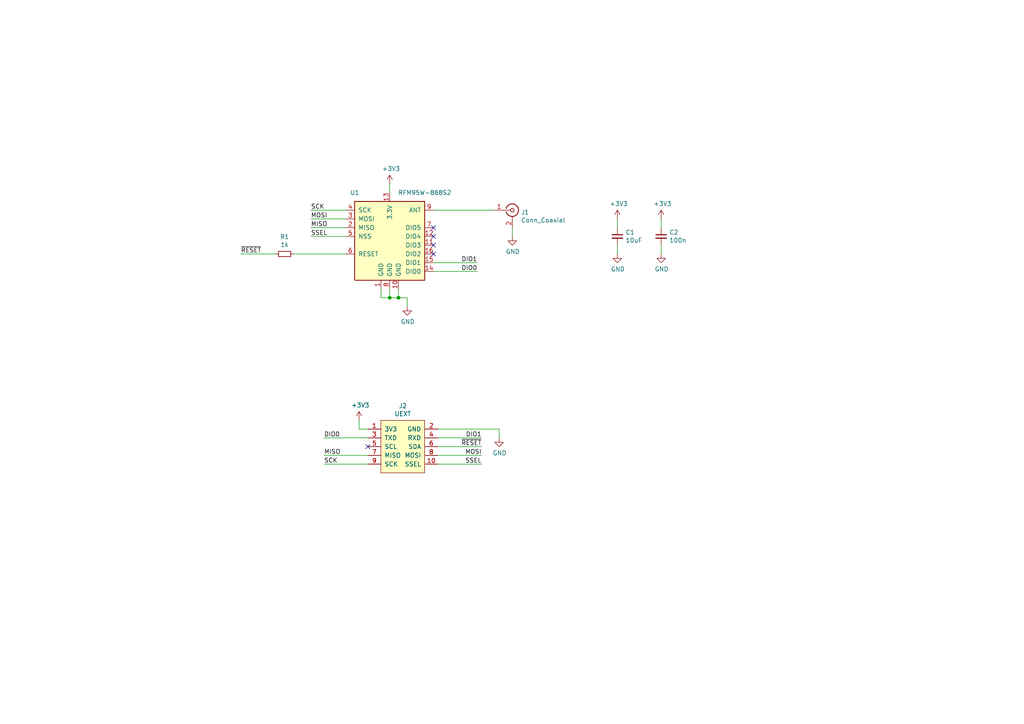
<source format=kicad_sch>
(kicad_sch (version 20230121) (generator eeschema)
  (paper "A4")
  (title_block (title "LoRa RFM95 to UEXT Adapter") (date "2018-10-25") (rev "0.1") (company "Connected Energy Ltd.") (comment 1 "Author: Jordan Silverman, Martin Jäger"))
  (lib_symbols
    (symbol "Connector:Conn_Coaxial" (pin_names (offset 1.016) hide)
      (property "Reference" "J" (at 0.254 3.048 0))
      (property "Value" "Conn_Coaxial" (at 2.921 0 90))
      (symbol "Conn_Coaxial_0_1"
        (arc (start -1.778 -0.508) (mid 0.2311 -1.8066) (end 1.778 0) (stroke (width 0.254)))
        (polyline (pts (xy -2.54 0) (xy -0.508 0)))
        (polyline (pts (xy 0 -2.54) (xy 0 -1.778)))
        (circle (center 0 0) (radius 0.508) (stroke (width 0.2032)))
        (arc (start 1.778 0) (mid 0.2099 1.8101) (end -1.778 0.508) (stroke (width 0.254)))
      )
      (symbol "Conn_Coaxial_1_1"
        (pin passive line (at -5.08 0 0) (length 2.54) (name "In") (number "1"))
        (pin passive line (at 0 -5.08 90) (length 2.54) (name "Ext") (number "2"))
      )
    )
    (symbol "UEXT_LoRa-rescue:C-LibreSolar" (pin_numbers hide) (pin_names (offset 0.254) hide)
      (property "Reference" "C" (at 0.635 1.905 0))
      (property "Value" "LibreSolar:C" (at 0.635 -1.905 0))
      (symbol "C-LibreSolar_0_1"
        (polyline (pts (xy -1.524 -0.508) (xy 1.524 -0.508)) (stroke (width 0.3302)))
        (polyline (pts (xy -1.524 0.508) (xy 0 0.508) (xy 1.524 0.508)) (stroke (width 0.3048)))
      )
      (symbol "C-LibreSolar_1_1"
        (pin passive line (at 0 2.54 270) (length 1.905) (name "~") (number "1"))
        (pin passive line (at 0 -2.54 90) (length 2.032) (name "~") (number "2"))
      )
    )
    (symbol "UEXT_LoRa-rescue:R-LibreSolar" (pin_numbers hide) (pin_names (offset 0.254) hide)
      (property "Reference" "R" (at -1.905 0 90))
      (property "Value" "LibreSolar:R" (at 1.905 0 90))
      (symbol "R-LibreSolar_0_1"
        (rectangle (start -0.762 1.778) (end 0.762 -1.778) (stroke (width 0.2032)))
      )
      (symbol "R-LibreSolar_1_1"
        (pin passive line (at 0 2.54 270) (length 0.762) (name "~") (number "1"))
        (pin passive line (at 0 -2.54 90) (length 0.762) (name "~") (number "2"))
      )
    )
    (symbol "UEXT_LoRa-rescue:RFM95W-868S2-RF_AM_FM" (pin_names (offset 1.016))
      (property "Reference" "U" (at -10.414 11.684 0))
      (property "Value" "RF_AM_FM:RFM95W-868S2" (at 1.524 11.43 0))
      (symbol "RFM95W-868S2-RF_AM_FM_0_1"
        (rectangle (start -10.16 10.16) (end 10.16 -12.7) (stroke (width 0.254)) (fill (type background)))
      )
      (symbol "RFM95W-868S2-RF_AM_FM_1_1"
        (pin power_in line (at -2.54 -15.24 90) (length 2.54) (name "GND") (number "1"))
        (pin power_in line (at 2.54 -15.24 90) (length 2.54) (name "GND") (number "10"))
        (pin bidirectional line (at 12.7 -2.54 180) (length 2.54) (name "DIO3") (number "11"))
        (pin bidirectional line (at 12.7 0 180) (length 2.54) (name "DIO4") (number "12"))
        (pin power_in line (at 0 12.7 270) (length 2.54) (name "3.3V") (number "13"))
        (pin bidirectional line (at 12.7 -10.16 180) (length 2.54) (name "DIO0") (number "14"))
        (pin bidirectional line (at 12.7 -7.62 180) (length 2.54) (name "DIO1") (number "15"))
        (pin bidirectional line (at 12.7 -5.08 180) (length 2.54) (name "DIO2") (number "16"))
        (pin input line (at -12.7 2.54 0) (length 2.54) (name "MISO") (number "2"))
        (pin output line (at -12.7 5.08 0) (length 2.54) (name "MOSI") (number "3"))
        (pin input line (at -12.7 7.62 0) (length 2.54) (name "SCK") (number "4"))
        (pin input line (at -12.7 0 0) (length 2.54) (name "NSS") (number "5"))
        (pin bidirectional line (at -12.7 -5.08 0) (length 2.54) (name "RESET") (number "6"))
        (pin bidirectional line (at 12.7 2.54 180) (length 2.54) (name "DIO5") (number "7"))
        (pin power_in line (at 0 -15.24 90) (length 2.54) (name "GND") (number "8"))
        (pin bidirectional line (at 12.7 7.62 180) (length 2.54) (name "ANT") (number "9"))
      )
    )
    (symbol "UEXT_LoRa-rescue:UEXT-LibreSolar" (pin_names (offset 1.016))
      (property "Reference" "J" (at -6.35 8.89 0))
      (property "Value" "LibreSolar:UEXT" (at 6.35 8.89 0))
      (symbol "UEXT-LibreSolar_0_0"
        (pin passive line (at 10.16 2.54 180) (length 3.81) (name "RXD") (number "4"))
      )
      (symbol "UEXT-LibreSolar_0_1"
        (rectangle (start -6.35 7.62) (end 6.35 -7.62) (fill (type background)))
      )
      (symbol "UEXT-LibreSolar_1_1"
        (pin passive line (at -10.16 5.08 0) (length 3.81) (name "3V3") (number "1"))
        (pin passive line (at 10.16 -5.08 180) (length 3.81) (name "SSEL") (number "10"))
        (pin passive line (at 10.16 5.08 180) (length 3.81) (name "GND") (number "2"))
        (pin passive line (at -10.16 2.54 0) (length 3.81) (name "TXD") (number "3"))
        (pin passive line (at -10.16 0 0) (length 3.81) (name "SCL") (number "5"))
        (pin passive line (at 10.16 0 180) (length 3.81) (name "SDA") (number "6"))
        (pin passive line (at -10.16 -2.54 0) (length 3.81) (name "MISO") (number "7"))
        (pin passive line (at 10.16 -2.54 180) (length 3.81) (name "MOSI") (number "8"))
        (pin passive line (at -10.16 -5.08 0) (length 3.81) (name "SCK") (number "9"))
      )
    )
    (symbol "power:+3V3" (power) (pin_names (offset 0))
      (property "Value" "+3V3" (at 0 3.556 0))
      (symbol "+3V3_0_1"
        (polyline (pts (xy -0.762 1.27) (xy 0 2.54)))
        (polyline (pts (xy 0 0) (xy 0 2.54)))
        (polyline (pts (xy 0 2.54) (xy 0.762 1.27)))
      )
      (symbol "+3V3_1_1"
        (pin power_in line (at 0 0 90) (length 0) hide (name "+3V3") (number "1"))
      )
    )
    (symbol "power:GND" (power) (pin_names (offset 0))
      (property "Value" "GND" (at 0 -3.81 0))
      (symbol "GND_0_1"
        (polyline (pts (xy 0 0) (xy 0 -1.27) (xy 1.27 -1.27) (xy 0 -2.54) (xy -1.27 -1.27) (xy 0 -1.27)))
      )
      (symbol "GND_1_1"
        (pin power_in line (at 0 0 270) (length 0) hide (name "GND") (number "1"))
      )
    )
  )
  (junction (at 113.03 86.36))
  (junction (at 115.57 86.36))
  (no_connect (at 106.68 129.54))
  (no_connect (at 125.73 68.58))
  (no_connect (at 125.73 71.12))
  (no_connect (at 125.73 73.66))
  (no_connect (at 125.73 66.04))
  (wire (pts (xy 106.68 134.62) (xy 93.98 134.62)))
  (wire (pts (xy 191.77 63.5) (xy 191.77 66.04)))
  (wire (pts (xy 106.68 132.08) (xy 93.98 132.08)))
  (wire (pts (xy 125.73 78.74) (xy 138.43 78.74)))
  (wire (pts (xy 110.49 86.36) (xy 113.03 86.36)))
  (wire (pts (xy 113.03 53.34) (xy 113.03 55.88)))
  (wire (pts (xy 127 124.46) (xy 144.78 124.46)))
  (wire (pts (xy 100.33 68.58) (xy 90.17 68.58)))
  (wire (pts (xy 115.57 86.36) (xy 118.11 86.36)))
  (wire (pts (xy 100.33 63.5) (xy 90.17 63.5)))
  (wire (pts (xy 85.09 73.66) (xy 100.33 73.66)))
  (wire (pts (xy 127 132.08) (xy 139.7 132.08)))
  (wire (pts (xy 110.49 83.82) (xy 110.49 86.36)))
  (wire (pts (xy 106.68 127) (xy 93.98 127)))
  (wire (pts (xy 125.73 76.2) (xy 138.43 76.2)))
  (wire (pts (xy 127 129.54) (xy 139.7 129.54)))
  (wire (pts (xy 104.14 124.46) (xy 104.14 121.92)))
  (wire (pts (xy 148.59 66.04) (xy 148.59 68.58)))
  (wire (pts (xy 100.33 66.04) (xy 90.17 66.04)))
  (wire (pts (xy 127 127) (xy 139.7 127)))
  (wire (pts (xy 179.07 63.5) (xy 179.07 66.04)))
  (wire (pts (xy 106.68 124.46) (xy 104.14 124.46)))
  (wire (pts (xy 179.07 71.12) (xy 179.07 73.66)))
  (wire (pts (xy 144.78 124.46) (xy 144.78 127)))
  (wire (pts (xy 125.73 60.96) (xy 143.51 60.96)))
  (wire (pts (xy 118.11 86.36) (xy 118.11 88.9)))
  (wire (pts (xy 127 134.62) (xy 139.7 134.62)))
  (wire (pts (xy 115.57 83.82) (xy 115.57 86.36)))
  (wire (pts (xy 80.01 73.66) (xy 69.85 73.66)))
  (wire (pts (xy 191.77 71.12) (xy 191.77 73.66)))
  (wire (pts (xy 113.03 86.36) (xy 115.57 86.36)))
  (wire (pts (xy 100.33 60.96) (xy 90.17 60.96)))
  (wire (pts (xy 113.03 83.82) (xy 113.03 86.36)))
  (label "MISO" (at 90.17 66.04 0))
  (label "DIO1" (at 139.7 127 180))
  (label "MOSI" (at 90.17 63.5 0))
  (label "DIO0" (at 138.43 78.74 180))
  (label "MISO" (at 93.98 132.08 0))
  (label "DIO1" (at 138.43 76.2 180))
  (label "MOSI" (at 139.7 132.08 180))
  (label "~{RESET}" (at 69.85 73.66 0))
  (label "~{RESET}" (at 139.7 129.54 180))
  (label "SSEL" (at 139.7 134.62 180))
  (label "SSEL" (at 90.17 68.58 0))
  (label "DIO0" (at 93.98 127 0))
  (label "SCK" (at 90.17 60.96 0))
  (label "SCK" (at 93.98 134.62 0))
  (symbol (lib_id "UEXT_LoRa-rescue:RFM95W-868S2-RF_AM_FM") (at 113.03 68.58 0) (unit 1)
    (property "Reference" "U1" (at 102.87 55.88 0))
    (property "Value" "RFM95W-868S2" (at 123.19 55.88 0))
    (property "Footprint" "RF_Module:HOPERF_RFM9XW_SMD" (effects hide))
    (property "Datasheet" "http://www.hoperf.com/upload/rf/RFM95_96_97_98W.pdf" (effects hide))
    (property "Manufacturer" "Hope RF" (effects hide))
    (property "PartNumber" "RFM95" (effects hide))
  )
  (symbol (lib_id "UEXT_LoRa-rescue:UEXT-LibreSolar") (at 116.84 129.54 0) (unit 1)
    (property "Reference" "J2" (at 116.84 117.729 0))
    (property "Value" "UEXT" (at 116.84 120.0404 0))
    (property "Footprint" "Connector_PinSocket_2.54mm:PinSocket_2x05_P2.54mm_Vertical" (effects hide))
    (property "Datasheet" "http://wppro.com/content/de/produkte/buchsenleisten/raster-2_54mm/product/157b.pdf" (effects hide))
    (property "Manufacturer" "W+P" (effects hide))
    (property "PartNumber" "157B-5-2-00" (effects hide))
  )
  (symbol (lib_id "Connector:Conn_Coaxial") (at 148.59 60.96 0) (unit 1)
    (property "Reference" "J1" (at 151.1046 61.5696 0) (effects (justify left)))
    (property "Value" "Conn_Coaxial" (at 151.1046 63.881 0) (effects (justify left)))
    (property "Footprint" "Connector_Coaxial:U.FL_Molex_MCRF_73412-0110_Vertical" (effects hide))
    (property "Datasheet" " ~" (effects hide))
    (property "Manufacturer" "Hirose" (effects hide))
    (property "PartNumber" "U.FL-R-SMT-1" (effects hide))
  )
  (symbol (lib_id "UEXT_LoRa-rescue:C-LibreSolar") (at 179.07 68.58 0) (unit 1)
    (property "Reference" "C1" (at 181.4068 67.4116 0) (effects (justify left)))
    (property "Value" "10uF" (at 181.4068 69.723 0) (effects (justify left)))
    (property "Footprint" "LibreSolar:C_0805_2012" (effects hide))
    (property "Manufacturer" "Murata" (effects hide))
    (property "PartNumber" "GRM21BR61C106KE15L" (effects hide))
    (property "Remarks" "16V, X5R" (effects hide))
  )
  (symbol (lib_id "UEXT_LoRa-rescue:C-LibreSolar") (at 191.77 68.58 0) (unit 1)
    (property "Reference" "C2" (at 194.1068 67.4116 0) (effects (justify left)))
    (property "Value" "100n" (at 194.1068 69.723 0) (effects (justify left)))
    (property "Footprint" "LibreSolar:C_0603_1608" (effects hide))
    (property "Manufacturer" "Würth Electronics" (effects hide))
    (property "PartNumber" "885012206071" (effects hide))
    (property "Remarks" "X7R, 25V or better" (effects hide))
  )
  (symbol (lib_id "power:GND") (at 118.11 88.9 0) (unit 1)
    (property "Reference" "#PWR04" (effects hide))
    (property "Value" "GND" (at 118.237 93.2942 0))
  )
  (symbol (lib_id "power:GND") (at 148.59 68.58 0) (unit 1)
    (property "Reference" "#PWR07" (effects hide))
    (property "Value" "GND" (at 148.717 72.9742 0))
  )
  (symbol (lib_id "power:GND") (at 144.78 127 0) (unit 1)
    (property "Reference" "#PWR09" (effects hide))
    (property "Value" "GND" (at 144.907 131.3942 0))
  )
  (symbol (lib_id "power:+3V3") (at 104.14 121.92 0) (unit 1)
    (property "Reference" "#PWR08" (effects hide))
    (property "Value" "+3V3" (at 104.521 117.5258 0))
  )
  (symbol (lib_id "power:GND") (at 179.07 73.66 0) (unit 1)
    (property "Reference" "#PWR03" (effects hide))
    (property "Value" "GND" (at 179.197 78.0542 0))
  )
  (symbol (lib_id "power:GND") (at 191.77 73.66 0) (unit 1)
    (property "Reference" "#PWR06" (effects hide))
    (property "Value" "GND" (at 191.897 78.0542 0))
  )
  (symbol (lib_id "power:+3V3") (at 179.07 63.5 0) (unit 1)
    (property "Reference" "#PWR02" (effects hide))
    (property "Value" "+3V3" (at 179.451 59.1058 0))
  )
  (symbol (lib_id "power:+3V3") (at 191.77 63.5 0) (unit 1)
    (property "Reference" "#PWR05" (effects hide))
    (property "Value" "+3V3" (at 192.151 59.1058 0))
  )
  (symbol (lib_id "UEXT_LoRa-rescue:R-LibreSolar") (at 82.55 73.66 270) (unit 1)
    (property "Reference" "R1" (at 82.55 68.6816 90))
    (property "Value" "1k" (at 82.55 70.993 90))
    (property "Footprint" "LibreSolar:R_0603_1608" (effects hide))
    (property "Manufacturer" "Yageo" (effects hide))
    (property "PartNumber" "RC0603FR-071KL" (effects hide))
  )
  (symbol (lib_id "power:+3V3") (at 113.03 53.34 0) (unit 1)
    (property "Reference" "#PWR0101" (effects hide))
    (property "Value" "+3V3" (at 113.411 48.9458 0))
  )
)
</source>
